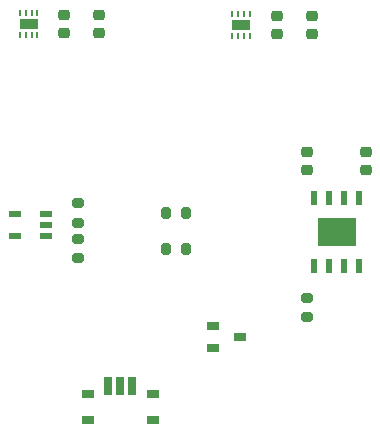
<source format=gbr>
%TF.GenerationSoftware,KiCad,Pcbnew,8.0.1*%
%TF.CreationDate,2024-03-24T23:22:49+02:00*%
%TF.ProjectId,EEE3088F_2024_Group_52_Power,45454533-3038-4384-965f-323032345f47,rev?*%
%TF.SameCoordinates,Original*%
%TF.FileFunction,Paste,Top*%
%TF.FilePolarity,Positive*%
%FSLAX46Y46*%
G04 Gerber Fmt 4.6, Leading zero omitted, Abs format (unit mm)*
G04 Created by KiCad (PCBNEW 8.0.1) date 2024-03-24 23:22:49*
%MOMM*%
%LPD*%
G01*
G04 APERTURE LIST*
G04 Aperture macros list*
%AMRoundRect*
0 Rectangle with rounded corners*
0 $1 Rounding radius*
0 $2 $3 $4 $5 $6 $7 $8 $9 X,Y pos of 4 corners*
0 Add a 4 corners polygon primitive as box body*
4,1,4,$2,$3,$4,$5,$6,$7,$8,$9,$2,$3,0*
0 Add four circle primitives for the rounded corners*
1,1,$1+$1,$2,$3*
1,1,$1+$1,$4,$5*
1,1,$1+$1,$6,$7*
1,1,$1+$1,$8,$9*
0 Add four rect primitives between the rounded corners*
20,1,$1+$1,$2,$3,$4,$5,0*
20,1,$1+$1,$4,$5,$6,$7,0*
20,1,$1+$1,$6,$7,$8,$9,0*
20,1,$1+$1,$8,$9,$2,$3,0*%
G04 Aperture macros list end*
%ADD10RoundRect,0.200000X0.200000X0.275000X-0.200000X0.275000X-0.200000X-0.275000X0.200000X-0.275000X0*%
%ADD11RoundRect,0.225000X-0.250000X0.225000X-0.250000X-0.225000X0.250000X-0.225000X0.250000X0.225000X0*%
%ADD12R,1.600000X0.900000*%
%ADD13R,0.250000X0.520000*%
%ADD14RoundRect,0.200000X-0.275000X0.200000X-0.275000X-0.200000X0.275000X-0.200000X0.275000X0.200000X0*%
%ADD15RoundRect,0.200000X0.275000X-0.200000X0.275000X0.200000X-0.275000X0.200000X-0.275000X-0.200000X0*%
%ADD16R,1.000000X0.600000*%
%ADD17R,0.600000X1.200000*%
%ADD18R,3.300000X2.400000*%
%ADD19R,1.000000X0.800000*%
%ADD20R,0.700000X1.500000*%
%ADD21RoundRect,0.225000X0.250000X-0.225000X0.250000X0.225000X-0.250000X0.225000X-0.250000X-0.225000X0*%
G04 APERTURE END LIST*
D10*
%TO.C,R3*%
X124675000Y-36000000D03*
X126325000Y-36000000D03*
%TD*%
D11*
%TO.C,C3*%
X116000000Y-20775000D03*
X116000000Y-19225000D03*
%TD*%
%TO.C,C4*%
X119000000Y-20775000D03*
X119000000Y-19225000D03*
%TD*%
D12*
%TO.C,U3*%
X113000000Y-20000000D03*
D13*
X113750000Y-20950000D03*
X113250000Y-20950000D03*
X112750000Y-20950000D03*
X112250000Y-20950000D03*
X112250000Y-19050000D03*
X112750000Y-19050000D03*
X113250000Y-19050000D03*
X113750000Y-19050000D03*
%TD*%
D14*
%TO.C,R5*%
X136560000Y-43175000D03*
X136560000Y-44825000D03*
%TD*%
D13*
%TO.C,U4*%
X131750000Y-19100000D03*
X131250000Y-19100000D03*
X130750000Y-19100000D03*
X130250000Y-19100000D03*
X130250000Y-21000000D03*
X130750000Y-21000000D03*
X131250000Y-21000000D03*
X131750000Y-21000000D03*
D12*
X131000000Y-20050000D03*
%TD*%
D15*
%TO.C,R1*%
X117150000Y-38175000D03*
X117150000Y-39825000D03*
%TD*%
D16*
%TO.C,U1*%
X114450000Y-37950000D03*
X114450000Y-37000000D03*
X114450000Y-36050000D03*
X111850000Y-36050000D03*
X111850000Y-37950000D03*
%TD*%
D17*
%TO.C,U2*%
X137180000Y-40500000D03*
X138450000Y-40500000D03*
X139730000Y-40500000D03*
X141000000Y-40500000D03*
X141000000Y-34680000D03*
X139730000Y-34680000D03*
X138450000Y-34680000D03*
X137180000Y-34680000D03*
D18*
X139090000Y-37590000D03*
%TD*%
D19*
%TO.C,SW1*%
X123500000Y-53500000D03*
X123500000Y-51300000D03*
X118000000Y-53500000D03*
X118000000Y-51300000D03*
D20*
X121750000Y-50600000D03*
X120750000Y-50600000D03*
X119750000Y-50600000D03*
%TD*%
D10*
%TO.C,R4*%
X126325000Y-39000000D03*
X124675000Y-39000000D03*
%TD*%
D14*
%TO.C,R2*%
X117150000Y-36825000D03*
X117150000Y-35175000D03*
%TD*%
D19*
%TO.C,Q1*%
X130886000Y-46500000D03*
X128586000Y-47450000D03*
X128586000Y-45550000D03*
%TD*%
D11*
%TO.C,C6*%
X137000000Y-19275000D03*
X137000000Y-20825000D03*
%TD*%
%TO.C,C5*%
X134000000Y-20825000D03*
X134000000Y-19275000D03*
%TD*%
D21*
%TO.C,C2*%
X141560000Y-32334000D03*
X141560000Y-30784000D03*
%TD*%
D11*
%TO.C,C1*%
X136560000Y-30784000D03*
X136560000Y-32334000D03*
%TD*%
M02*

</source>
